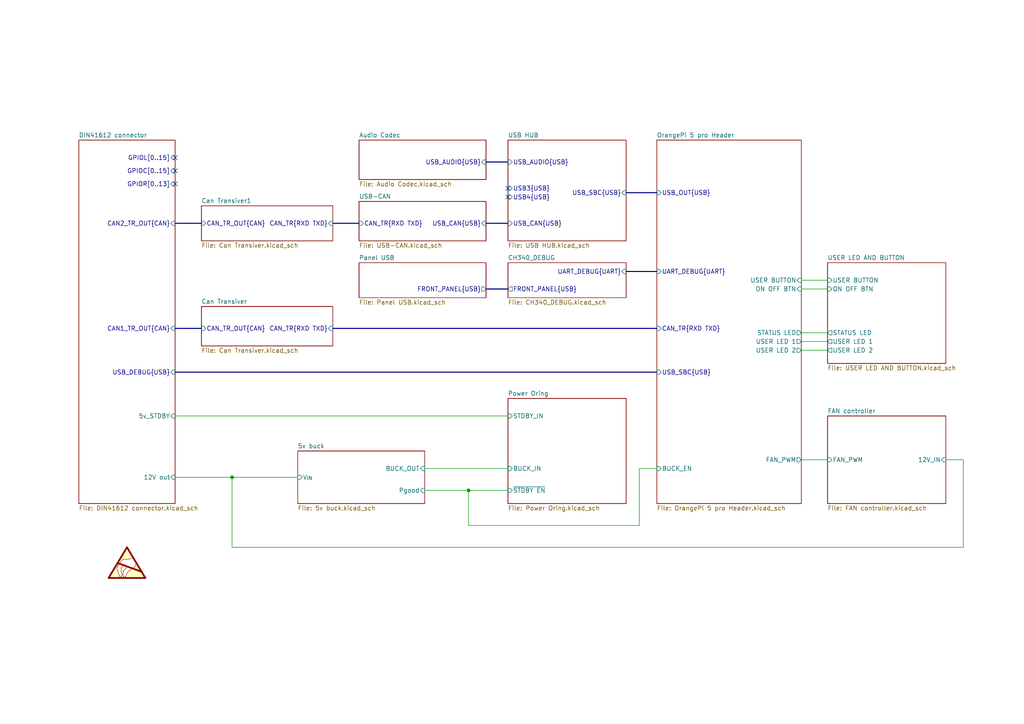
<source format=kicad_sch>
(kicad_sch (version 20231120) (generator "eeschema") (generator_version "8.0")
  (paper "A4")
  (title_block (title "OrangePie") (date "2025-02-10") (rev "A") (company "ModuCard System") (comment 1 "Artem Horiunov") (comment 2 "DESIGNED IN POLAND"))
  (lib_symbols
    (symbol "Graphic:SYM_ESD_Large" (in_bom no) (on_board no)
      (symbol "SYM_ESD_Large_0_0"
        (polyline (pts (xy -2.667 -0.762) (xy 4.318 -3.302)) (stroke (width 0.508)))
        (polyline (pts (xy 0.4826 -5.1308) (xy 5.3848 -5.1308) (xy 5.3848 -5.1054) (xy 5.334 -5.0546) (xy 5.2832 -4.953) (xy 5.207 -4.826) (xy 5.0038 -4.4704) (xy 4.8768 -4.2672) (xy 4.7498 -4.0386) (xy 4.1402 -3.0226) (xy 3.9878 -2.7432) (xy 3.5306 -1.9812) (xy 3.4036 -1.7526) (xy 3.2766 -1.5494) (xy 3.1496 -1.3716) (xy 3.0734 -1.1938) (xy 2.9972 -1.0668) (xy 2.921 -0.9652) (xy 2.8956 -0.889) (xy 2.8448 -0.8382) (xy 2.8194 -0.8636) (xy 2.7686 -0.889) (xy 2.5908 -1.0668) (xy 2.4892 -1.2192) (xy 2.4638 -1.3462) (xy 2.413 -1.4224) (xy 2.3622 -1.5748) (xy 2.286 -1.7018) (xy 1.9812 -2.0066) (xy 1.8542 -2.1082) (xy 1.7018 -2.2352) (xy 1.5494 -2.3368) (xy 1.397 -2.4638) (xy 1.2192 -2.5908) (xy 1.0668 -2.7178) (xy 0.9144 -2.8194) (xy 0.8128 -2.8956) (xy 0.7112 -2.9464) (xy 0.6096 -3.0226) (xy 0.3556 -3.2258) (xy 0.254 -3.3528) (xy 0.1524 -3.5052) (xy 0.0508 -3.683) (xy -0.0762 -3.8862) (xy -0.2286 -4.2672) (xy -0.381 -4.572) (xy -0.5334 -4.7244) (xy -0.6096 -4.7752) (xy -0.635 -4.8006) (xy -0.8382 -4.8006) (xy -0.9144 -4.7752) (xy -1.016 -4.6736) (xy -1.0668 -4.5212) (xy -1.1176 -4.3434) (xy -1.143 -4.1148) (xy -1.143 -3.4544) (xy -1.0922 -3.2512) (xy -1.0414 -3.0734) (xy -0.9398 -2.921) (xy -0.8382 -2.794) (xy -0.381 -2.3368) (xy -0.3048 -2.2352) (xy -0.2032 -1.9812) (xy -0.1778 -1.9304) (xy -0.1524 -1.8288) (xy -0.127 -1.7526) (xy -0.127 -1.7272) (xy -0.2032 -1.651) (xy -0.254 -1.5748) (xy -0.3556 -1.524) (xy -0.4318 -1.4478) (xy -0.508 -1.397) (xy -0.5588 -1.3462) (xy -0.6096 -1.3462) (xy -0.6604 -1.3716) (xy -0.7366 -1.4224) (xy -0.8382 -1.4732) (xy -0.9652 -1.5494) (xy -1.0668 -1.6002) (xy -1.1684 -1.6764) (xy -1.3208 -1.778) (xy -1.6002 -2.0574) (xy -1.778 -2.2606) (xy -1.7272 -2.3876) (xy -1.7018 -2.4384) (xy -1.7018 -2.5146) (xy -1.6764 -2.5908) (xy -1.6764 -2.8702) (xy -1.7018 -2.9972) (xy -1.7272 -3.0734) (xy -1.7272 -3.0988) (xy -1.7526 -3.1496) (xy -1.7018 -3.2512) (xy -1.651 -3.3274) (xy -1.651 -3.3528) (xy -1.524 -3.6068) (xy -1.4478 -3.8608) (xy -1.4224 -4.1402) (xy -1.4224 -4.3434) (xy -1.4478 -4.4196) (xy -1.4732 -4.4704) (xy -1.4986 -4.5466) (xy -1.5748 -4.6736) (xy -1.6764 -4.7498) (xy -1.778 -4.8006) (xy -1.8796 -4.8006) (xy -1.9558 -4.7752) (xy -2.0066 -4.7244) (xy -2.0574 -4.6228) (xy -2.1336 -4.4958) (xy -2.2098 -4.318) (xy -2.3114 -4.0894) (xy -2.413 -3.8354) (xy -2.5146 -3.5306) (xy -2.5146 -3.5052) (xy -2.5654 -3.3528) (xy -2.6416 -3.2004) (xy -2.7432 -2.9464) (xy -2.7686 -2.921) (xy -2.8448 -2.6924) (xy -2.8956 -2.4638) (xy -2.8956 -2.2606) (xy -2.8448 -2.032) (xy -2.7686 -1.8034) (xy -2.7178 -1.7018) (xy -2.6162 -1.5494) (xy -2.5146 -1.3716) (xy -2.3622 -1.1938) (xy -2.2098 -0.9906) (xy -2.1082 -0.889) (xy -1.9558 -0.635) (xy -1.8796 -0.5334) (xy -1.8542 -0.508) (xy -1.7272 -0.2794) (xy -1.6002 -0.1016) (xy -1.4478 0.0508) (xy -1.3208 0.1524) (xy -1.1684 0.2032) (xy -1.1176 0.2286) (xy -0.9906 0.254) (xy -0.8128 0.3048) (xy -0.5842 0.3302) (xy -0.3302 0.3556) (xy -0.0254 0.381) (xy 0.0254 0.381) (xy 0.2794 0.4064) (xy 0.508 0.4318) (xy 0.6858 0.4318) (xy 0.8382 0.4572) (xy 0.9652 0.4826) (xy 1.0668 0.508) (xy 1.1684 0.5588) (xy 1.2446 0.5842) (xy 1.3208 0.635) (xy 1.524 0.7874) (xy 1.7272 0.9906) (xy 1.7272 1.0414) (xy 1.7018 1.0922) (xy 1.651 1.1684) (xy 1.6002 1.27) (xy 1.4986 1.4224) (xy 1.4224 1.6002) (xy 1.1684 2.0066) (xy 1.0414 2.2352) (xy 0.6604 2.8702) (xy 0.508 3.0988) (xy 0.4064 3.302) (xy 0.3048 3.4544) (xy 0.2286 3.5814) (xy 0.1524 3.683) (xy 0.1016 3.7592) (xy 0.0508 3.8608) (xy 0.0254 3.8862) (xy -0.0508 3.8862) (xy -0.0508 3.8608) (xy -0.127 3.7846) (xy -0.1524 3.7338) (xy -0.2032 3.6576) (xy -0.254 3.556) (xy -0.4064 3.302) (xy -0.508 3.1496) (xy -0.6096 2.9718) (xy -0.7366 2.7686) (xy -1.0414 2.2606) (xy -1.2192 1.9558) (xy -1.4224 1.6256) (xy -1.8796 0.8636) (xy -2.1336 0.4064) (xy -2.4384 -0.0762) (xy -2.7432 -0.6096) (xy -2.921 -0.889) (xy -3.429 -1.7526) (xy -3.6576 -2.159) (xy -3.8862 -2.54) (xy -4.1148 -2.8956) (xy -4.318 -3.2512) (xy -4.5212 -3.5814) (xy -4.6736 -3.8862) (xy -4.8514 -4.1402) (xy -4.9784 -4.3942) (xy -5.1054 -4.5974) (xy -5.2324 -4.7752) (xy -5.3594 -5.0292) (xy -5.4102 -5.1054) (xy -5.4102 -5.1308) (xy -0.7112 -5.1308) (xy -0.0254 -5.1562) (xy 0.4826 -5.1308)) (stroke (width 0.127)) (fill (type background)))
      )
      (symbol "SYM_ESD_Large_0_1"
        (polyline (pts (xy -5.334 -5.08) (xy 5.334 -5.08) (xy 0 3.81) (xy -5.334 -5.08)) (stroke (width 0.508)))
      )
    )
  )
  (junction (at 67.31 138.43))
  (junction (at 135.89 142.24))
  (no_connect (at 50.8 45.72))
  (no_connect (at 50.8 49.53))
  (no_connect (at 147.32 54.61))
  (no_connect (at 50.8 53.34))
  (no_connect (at 147.32 57.15))
  (wire (pts (xy 135.89 142.24) (xy 147.32 142.24)))
  (wire (pts (xy 123.19 142.24) (xy 135.89 142.24)))
  (bus (pts (xy 96.52 64.77) (xy 104.14 64.77)))
  (bus (pts (xy 181.61 78.74) (xy 190.5 78.74)))
  (wire (pts (xy 135.89 152.4) (xy 135.89 142.24)))
  (wire (pts (xy 274.32 133.35) (xy 279.4 133.35)))
  (wire (pts (xy 232.41 96.52) (xy 240.03 96.52)))
  (wire (pts (xy 232.41 133.35) (xy 240.03 133.35)))
  (bus (pts (xy 190.5 107.95) (xy 50.8 107.95)))
  (bus (pts (xy 181.61 55.88) (xy 190.5 55.88)))
  (wire (pts (xy 232.41 99.06) (xy 240.03 99.06)))
  (wire (pts (xy 279.4 158.75) (xy 67.31 158.75)))
  (bus (pts (xy 50.8 95.25) (xy 58.42 95.25)))
  (bus (pts (xy 140.97 83.82) (xy 147.32 83.82)))
  (wire (pts (xy 190.5 135.89) (xy 185.42 135.89)))
  (wire (pts (xy 185.42 152.4) (xy 135.89 152.4)))
  (wire (pts (xy 50.8 138.43) (xy 67.31 138.43)))
  (bus (pts (xy 50.8 64.77) (xy 58.42 64.77)))
  (wire (pts (xy 50.8 120.65) (xy 147.32 120.65)))
  (wire (pts (xy 185.42 135.89) (xy 185.42 152.4)))
  (wire (pts (xy 67.31 138.43) (xy 86.36 138.43)))
  (wire (pts (xy 67.31 158.75) (xy 67.31 138.43)))
  (bus (pts (xy 140.97 46.99) (xy 147.32 46.99)))
  (bus (pts (xy 96.52 95.25) (xy 190.5 95.25)))
  (wire (pts (xy 232.41 101.6) (xy 240.03 101.6)))
  (bus (pts (xy 140.97 64.77) (xy 147.32 64.77)))
  (wire (pts (xy 232.41 81.28) (xy 240.03 81.28)))
  (wire (pts (xy 123.19 135.89) (xy 147.32 135.89)))
  (wire (pts (xy 279.4 133.35) (xy 279.4 158.75)))
  (wire (pts (xy 232.41 83.82) (xy 240.03 83.82)))
  (symbol (lib_id "Graphic:SYM_ESD_Large") (at 36.83 162.56 0) (unit 1) (in_bom no) (on_board no)
    (property "Reference" "#SYM1" (effects (hide yes)))
    (property "Value" "SYM_ESD_Large" (effects (hide yes)))
    (property "Footprint" "Symbol:ESD-Logo_6.6x6mm_SilkScreen" (effects (hide yes)))
    (property "Description" "ESD warning/\"Do not touch\" symbol, large" (effects (hide yes)))
    (property "Sim.Enable" "0" (effects (hide yes)))
  )
  (sheet (at 147.32 115.57) (size 34.29 30.48) (stroke (width 0.1524))
    (property "Sheetname" "Power Oring" (at 147.32 114.8584 0) (effects (justify left bottom)))
    (property "Sheetfile" "Power Oring.kicad_sch" (at 147.32 146.6346 0) (effects (justify left top)))
    (pin "BUCK_IN" input (at 147.32 135.89 180))
    (pin "STDBY_IN" input (at 147.32 120.65 180))
    (pin "~{STDBY EN}" input (at 147.32 142.24 180))
  )
  (sheet (at 104.14 58.42) (size 36.83 11.43) (stroke (width 0.1524))
    (property "Sheetname" "USB-CAN" (at 104.14 57.7084 0) (effects (justify left bottom)))
    (property "Sheetfile" "USB-CAN.kicad_sch" (at 104.14 70.4346 0) (effects (justify left top)))
    (pin "USB_CAN{USB}" input (at 140.97 64.77 0))
    (pin "CAN_TR{RXD TXD}" input (at 104.14 64.77 180))
  )
  (sheet (at 240.03 76.2) (size 34.29 29.21) (stroke (width 0.1524))
    (property "Sheetname" "USER LED AND BUTTON" (at 240.03 75.4884 0) (effects (justify left bottom)))
    (property "Sheetfile" "USER LED AND BUTTON.kicad_sch" (at 240.03 105.9946 0) (effects (justify left top)))
    (pin "USER LED 1" output (at 240.03 99.06 180))
    (pin "USER BUTTON" input (at 240.03 81.28 180))
    (pin "ON OFF BTN" input (at 240.03 83.82 180))
    (pin "USER LED 2" output (at 240.03 101.6 180))
    (pin "STATUS LED" output (at 240.03 96.52 180))
  )
  (sheet (at 58.42 88.9) (size 38.1 11.43) (stroke (width 0.1524))
    (property "Sheetname" "Can Transiver" (at 58.42 88.1884 0) (effects (justify left bottom)))
    (property "Sheetfile" "Can Transiver.kicad_sch" (at 58.42 100.9146 0) (effects (justify left top)))
    (pin "CAN_TR{RXD TXD}" input (at 96.52 95.25 0))
    (pin "CAN_TR_OUT{CAN}" input (at 58.42 95.25 180))
  )
  (sheet (at 22.86 40.64) (size 27.94 105.41) (stroke (width 0.1524))
    (property "Sheetname" "DIN41612 connector" (at 22.86 39.9284 0) (effects (justify left bottom)))
    (property "Sheetfile" "DIN41612 connector.kicad_sch" (at 22.86 146.6346 0) (effects (justify left top)))
    (pin "12V out" input (at 50.8 138.43 0))
    (pin "GPIOC[0..15]" input (at 50.8 49.53 0))
    (pin "GPIOL[0..15]" input (at 50.8 45.72 0))
    (pin "CAN2_TR_OUT{CAN}" input (at 50.8 64.77 0))
    (pin "CAN1_TR_OUT{CAN}" input (at 50.8 95.25 0))
    (pin "USB_DEBUG{USB}" input (at 50.8 107.95 0))
    (pin "5v_STDBY" input (at 50.8 120.65 0))
    (pin "GPIOR[0..13]" input (at 50.8 53.34 0))
  )
  (sheet (at 104.14 40.64) (size 36.83 11.43) (stroke (width 0.1524))
    (property "Sheetname" "Audio Codec" (at 104.14 39.9284 0) (effects (justify left bottom)))
    (property "Sheetfile" "Audio Codec.kicad_sch" (at 104.14 52.6546 0) (effects (justify left top)))
    (pin "USB_AUDIO{USB}" input (at 140.97 46.99 0))
  )
  (sheet (at 147.32 76.2) (size 34.29 10.16) (stroke (width 0.1524))
    (property "Sheetname" "CH340_DEBUG" (at 147.32 75.4884 0) (effects (justify left bottom)))
    (property "Sheetfile" "CH340_DEBUG.kicad_sch" (at 147.32 86.9446 0) (effects (justify left top)))
    (pin "FRONT_PANEL{USB}" output (at 147.32 83.82 180))
    (pin "UART_DEBUG{UART}" input (at 181.61 78.74 0))
  )
  (sheet (at 104.14 76.2) (size 36.83 10.16) (stroke (width 0.1524))
    (property "Sheetname" "Panel USB" (at 104.14 75.4884 0) (effects (justify left bottom)))
    (property "Sheetfile" "Panel USB.kicad_sch" (at 104.14 86.9446 0) (effects (justify left top)))
    (pin "FRONT_PANEL{USB}" output (at 140.97 83.82 0))
  )
  (sheet (at 58.42 59.69) (size 38.1 10.16) (stroke (width 0.1524))
    (property "Sheetname" "Can Transiver1" (at 58.42 58.9784 0) (effects (justify left bottom)))
    (property "Sheetfile" "Can Transiver.kicad_sch" (at 58.42 70.4346 0) (effects (justify left top)))
    (pin "CAN_TR{RXD TXD}" input (at 96.52 64.77 0))
    (pin "CAN_TR_OUT{CAN}" input (at 58.42 64.77 180))
  )
  (sheet (at 190.5 40.64) (size 41.91 105.41) (stroke (width 0.1524))
    (property "Sheetname" "OrangePi 5 pro Header" (at 190.5 39.9284 0) (effects (justify left bottom)))
    (property "Sheetfile" "OrangePi 5 pro Header.kicad_sch" (at 190.5 146.6346 0) (effects (justify left top)))
    (pin "CAN_TR{RXD TXD}" input (at 190.5 95.25 180))
    (pin "USB_SBC{USB}" input (at 190.5 107.95 180))
    (pin "FAN_PWM" output (at 232.41 133.35 0))
    (pin "USER BUTTON" input (at 232.41 81.28 0))
    (pin "ON OFF BTN" input (at 232.41 83.82 0))
    (pin "STATUS LED" output (at 232.41 96.52 0))
    (pin "UART_DEBUG{UART}" input (at 190.5 78.74 180))
    (pin "USB_OUT{USB}" input (at 190.5 55.88 180))
    (pin "USER LED 1" output (at 232.41 99.06 0))
    (pin "USER LED 2" output (at 232.41 101.6 0))
    (pin "BUCK_EN" input (at 190.5 135.89 180))
  )
  (sheet (at 147.32 40.64) (size 34.29 29.21) (stroke (width 0.1524))
    (property "Sheetname" "USB HUB" (at 147.32 39.9284 0) (effects (justify left bottom)))
    (property "Sheetfile" "USB HUB.kicad_sch" (at 147.32 70.4346 0) (effects (justify left top)))
    (pin "USB3{USB}" input (at 147.32 54.61 180))
    (pin "USB4{USB}" input (at 147.32 57.15 180))
    (pin "USB_SBC{USB}" input (at 181.61 55.88 0))
    (pin "USB_AUDIO{USB}" input (at 147.32 46.99 180))
    (pin "USB_CAN{USB}" input (at 147.32 64.77 180))
  )
  (sheet (at 240.03 120.65) (size 34.29 25.4) (stroke (width 0.1524))
    (property "Sheetname" "FAN controller" (at 240.03 119.9384 0) (effects (justify left bottom)))
    (property "Sheetfile" "FAN controller.kicad_sch" (at 240.03 146.6346 0) (effects (justify left top)))
    (pin "FAN_PWM" input (at 240.03 133.35 180))
    (pin "12V_IN" input (at 274.32 133.35 0))
  )
  (sheet (at 86.36 130.81) (size 36.83 15.24) (stroke (width 0.1524))
    (property "Sheetname" "5v buck" (at 86.36 130.0984 0) (effects (justify left bottom)))
    (property "Sheetfile" "5v buck.kicad_sch" (at 86.36 146.6346 0) (effects (justify left top)))
    (pin "V_{IN}" input (at 86.36 138.43 180))
    (pin "Pgood" input (at 123.19 142.24 0))
    (pin "BUCK_OUT" input (at 123.19 135.89 0))
  )
)
</source>
